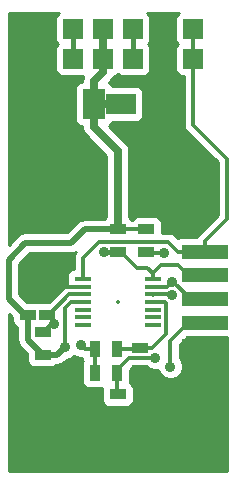
<source format=gbr>
%TF.GenerationSoftware,KiCad,Pcbnew,no-vcs-found-ad9916e~61~ubuntu16.04.1*%
%TF.CreationDate,2017-11-30T01:56:44+01:00*%
%TF.ProjectId,RPS01A,5250533031412E6B696361645F706362,01A*%
%TF.SameCoordinates,Original*%
%TF.FileFunction,Copper,L2,Bot,Signal*%
%TF.FilePolarity,Positive*%
%FSLAX46Y46*%
G04 Gerber Fmt 4.6, Leading zero omitted, Abs format (unit mm)*
G04 Created by KiCad (PCBNEW no-vcs-found-ad9916e~61~ubuntu16.04.1) date Thu Nov 30 01:56:44 2017*
%MOMM*%
%LPD*%
G01*
G04 APERTURE LIST*
%ADD10R,1.450000X0.450000*%
%ADD11R,1.397000X0.889000*%
%ADD12R,1.651000X1.651000*%
%ADD13C,6.000000*%
%ADD14R,0.889000X1.397000*%
%ADD15R,4.000000X1.200000*%
%ADD16R,1.950720X2.499360*%
%ADD17R,2.499360X1.800860*%
%ADD18C,0.889000*%
%ADD19C,0.300000*%
%ADD20C,0.254000*%
%ADD21C,0.500000*%
%ADD22C,0.700000*%
%ADD23C,0.400000*%
%ADD24C,0.350000*%
G04 APERTURE END LIST*
D10*
X138110000Y-97810000D03*
X138110000Y-98460000D03*
X138110000Y-99110000D03*
X138110000Y-99760000D03*
X138110000Y-100410000D03*
X138110000Y-101060000D03*
X138110000Y-101710000D03*
X132210000Y-101710000D03*
X132210000Y-101060000D03*
X132210000Y-100410000D03*
X132210000Y-99760000D03*
X132210000Y-99110000D03*
X132210000Y-98460000D03*
X132210000Y-97810000D03*
D11*
X129191000Y-100839500D03*
X129191000Y-98934500D03*
X127540000Y-100839500D03*
X127540000Y-98934500D03*
D12*
X136430000Y-79186000D03*
X128810000Y-76646000D03*
X133890000Y-76646000D03*
X128810000Y-79186000D03*
X138970000Y-76646000D03*
X136430000Y-76646000D03*
X131350000Y-76646000D03*
X138970000Y-79186000D03*
X131350000Y-79186000D03*
X133890000Y-79186000D03*
X141510000Y-79186000D03*
X141510000Y-76646000D03*
D13*
X130080000Y-109920000D03*
X140240000Y-109920000D03*
X140240000Y-89600000D03*
X130080000Y-89600000D03*
D11*
X128810000Y-104205000D03*
X128810000Y-102300000D03*
D14*
X135096500Y-103697000D03*
X133191500Y-103697000D03*
D11*
X137065000Y-105538500D03*
X137065000Y-103633500D03*
D14*
X135096500Y-105729000D03*
X133191500Y-105729000D03*
D11*
X135160000Y-109475500D03*
X135160000Y-107570500D03*
X135160000Y-95505500D03*
X135160000Y-93600500D03*
X137573000Y-95505500D03*
X137573000Y-93600500D03*
D15*
X142526000Y-103506000D03*
X142526000Y-101506000D03*
X142526000Y-99506000D03*
X142526000Y-97506000D03*
X142526000Y-95506000D03*
D16*
X130029200Y-82996000D03*
X133128000Y-82996000D03*
D17*
X139411960Y-82996000D03*
X135414000Y-82996000D03*
D18*
X130842000Y-96458010D03*
X127793996Y-96966000D03*
X130674510Y-103546990D03*
X139605000Y-105221000D03*
X139726668Y-98037617D03*
X139097000Y-95569000D03*
X133972073Y-95524073D03*
X139757382Y-99180206D03*
X138344689Y-104465459D03*
X129794000Y-101600000D03*
X132080000Y-103378000D03*
D19*
X130397501Y-96902509D02*
X130842000Y-96458010D01*
X129191000Y-98109010D02*
X130397501Y-96902509D01*
X129191000Y-98190000D02*
X129191000Y-98109010D01*
X129191000Y-98934500D02*
X129191000Y-98190000D01*
X127967000Y-96966000D02*
X127793996Y-96966000D01*
X129191000Y-98190000D02*
X127967000Y-96966000D01*
X132210000Y-98460000D02*
X129665500Y-98460000D01*
X129665500Y-98460000D02*
X129191000Y-98934500D01*
D20*
X129318000Y-99061500D02*
X129191000Y-98934500D01*
D21*
X128810000Y-104205000D02*
X130016500Y-104205000D01*
X130016500Y-104205000D02*
X130674510Y-103546990D01*
X127540000Y-100839500D02*
X127540000Y-102935000D01*
X127540000Y-102935000D02*
X128810000Y-104205000D01*
X127338719Y-94747499D02*
X125905499Y-96180719D01*
X125905499Y-96180719D02*
X125905499Y-99458999D01*
X125905499Y-99458999D02*
X127286000Y-100839500D01*
X127286000Y-100839500D02*
X127540000Y-100839500D01*
X135160000Y-93600500D02*
X132369502Y-93600500D01*
X132369502Y-93600500D02*
X131222503Y-94747499D01*
X131222503Y-94747499D02*
X127338719Y-94747499D01*
D22*
X135160000Y-92456000D02*
X135160000Y-93600500D01*
X133890000Y-76646000D02*
X133890000Y-79186000D01*
D19*
X137573000Y-93600500D02*
X135160000Y-93600500D01*
X141126000Y-101506000D02*
X139605000Y-103027000D01*
X139605000Y-103027000D02*
X139605000Y-105221000D01*
X132210000Y-99760000D02*
X131185000Y-99760000D01*
X131185000Y-99760000D02*
X130674510Y-100270490D01*
X130674510Y-100270490D02*
X130674510Y-103546990D01*
X142526000Y-101506000D02*
X141126000Y-101506000D01*
D22*
X133128000Y-82996000D02*
X135414000Y-82996000D01*
X135160000Y-86977680D02*
X135160000Y-89216193D01*
X133128000Y-82996000D02*
X133128000Y-84945680D01*
X133128000Y-84945680D02*
X135160000Y-86977680D01*
X135160000Y-89216193D02*
X135160000Y-92456000D01*
X133890000Y-80284320D02*
X133890000Y-80084925D01*
X133128000Y-81046320D02*
X133890000Y-80284320D01*
X133128000Y-82996000D02*
X133128000Y-81046320D01*
X133890000Y-79186000D02*
X133890000Y-80084925D01*
D20*
X137192000Y-95505500D02*
X136938000Y-95505500D01*
D19*
X139726668Y-98037617D02*
X139870575Y-98037617D01*
X139870575Y-98037617D02*
X141338958Y-99506000D01*
X141338958Y-99506000D02*
X142526000Y-99506000D01*
X139304285Y-98460000D02*
X139726668Y-98037617D01*
X138110000Y-98460000D02*
X139304285Y-98460000D01*
X139097000Y-95569000D02*
X137636500Y-95569000D01*
X137636500Y-95569000D02*
X137573000Y-95505500D01*
D23*
X136430000Y-79186000D02*
X136430000Y-76646000D01*
D19*
X138110000Y-97810000D02*
X138110000Y-97285000D01*
X138110000Y-97285000D02*
X138789000Y-96606000D01*
X138789000Y-96606000D02*
X140226000Y-96606000D01*
X141126000Y-97506000D02*
X142526000Y-97506000D01*
X140226000Y-96606000D02*
X141126000Y-97506000D01*
X137664000Y-96839000D02*
X136747500Y-96839000D01*
X136747500Y-96839000D02*
X135414000Y-95505500D01*
X135414000Y-95505500D02*
X135160000Y-95505500D01*
X138110000Y-97285000D02*
X137664000Y-96839000D01*
X142222000Y-97810000D02*
X142526000Y-97506000D01*
D23*
X135141427Y-95524073D02*
X135160000Y-95505500D01*
X133972073Y-95524073D02*
X135141427Y-95524073D01*
X131350000Y-79186000D02*
X131350000Y-76646000D01*
D19*
X142526000Y-95506000D02*
X140289782Y-95506000D01*
X140289782Y-95506000D02*
X139440781Y-94656999D01*
X139440781Y-94656999D02*
X133583365Y-94656999D01*
X132210000Y-96030364D02*
X132210000Y-97285000D01*
X133583365Y-94656999D02*
X132210000Y-96030364D01*
X132210000Y-97285000D02*
X132210000Y-97810000D01*
X141510000Y-79186000D02*
X141510000Y-84727998D01*
X144390001Y-92741999D02*
X142526000Y-94606000D01*
X141510000Y-84727998D02*
X144390001Y-87607999D01*
X144390001Y-87607999D02*
X144390001Y-92741999D01*
X142526000Y-94606000D02*
X142526000Y-95506000D01*
X141510000Y-79186000D02*
X141510000Y-76646000D01*
X139687176Y-99110000D02*
X138110000Y-99110000D01*
X139757382Y-99180206D02*
X139687176Y-99110000D01*
X135096500Y-105729000D02*
X135096500Y-107507000D01*
X135096500Y-107507000D02*
X135160000Y-107570500D01*
X138130999Y-99130999D02*
X138110000Y-99110000D01*
X136089499Y-104482001D02*
X138328147Y-104482001D01*
X138328147Y-104482001D02*
X138344689Y-104465459D01*
X135096500Y-105729000D02*
X135096500Y-105475000D01*
X135096500Y-105475000D02*
X136089499Y-104482001D01*
X138130999Y-99089001D02*
X138110000Y-99110000D01*
X139137202Y-99760000D02*
X139135000Y-99760000D01*
X139239001Y-99861799D02*
X139137202Y-99760000D01*
X139239001Y-102457999D02*
X139239001Y-99861799D01*
X138063500Y-103633500D02*
X139239001Y-102457999D01*
X137065000Y-103633500D02*
X138063500Y-103633500D01*
X139135000Y-99760000D02*
X138110000Y-99760000D01*
X135096500Y-103697000D02*
X137001500Y-103697000D01*
X137001500Y-103697000D02*
X137065000Y-103633500D01*
X129794000Y-101600000D02*
X129794000Y-101442500D01*
X129794000Y-101442500D02*
X129191000Y-100839500D01*
X129794000Y-101600000D02*
X129510000Y-101600000D01*
X129510000Y-101600000D02*
X128810000Y-102300000D01*
X133191500Y-103697000D02*
X132399000Y-103697000D01*
X132399000Y-103697000D02*
X132080000Y-103378000D01*
X133191500Y-105729000D02*
X133191500Y-103697000D01*
X132210000Y-99110000D02*
X131051512Y-99110000D01*
X131051512Y-99110000D02*
X129322012Y-100839500D01*
X129322012Y-100839500D02*
X129191000Y-100839500D01*
D20*
G36*
X126194060Y-100999139D02*
X126194060Y-101284000D01*
X126243343Y-101531765D01*
X126383691Y-101741809D01*
X126593735Y-101882157D01*
X126655000Y-101894343D01*
X126655000Y-102934995D01*
X126654999Y-102935000D01*
X126700594Y-103164216D01*
X126722367Y-103273675D01*
X126882101Y-103512735D01*
X126914210Y-103560790D01*
X127464060Y-104110640D01*
X127464060Y-104649500D01*
X127513343Y-104897265D01*
X127653691Y-105107309D01*
X127863735Y-105247657D01*
X128111500Y-105296940D01*
X129508500Y-105296940D01*
X129756265Y-105247657D01*
X129966309Y-105107309D01*
X129977875Y-105090000D01*
X130016495Y-105090000D01*
X130016500Y-105090001D01*
X130315625Y-105030500D01*
X130355175Y-105022633D01*
X130642290Y-104830790D01*
X130846439Y-104626641D01*
X130888294Y-104626677D01*
X131285199Y-104462679D01*
X131461644Y-104286542D01*
X131467714Y-104292622D01*
X131864332Y-104457313D01*
X132111898Y-104457529D01*
X132148843Y-104643265D01*
X132195439Y-104713000D01*
X132148843Y-104782735D01*
X132099560Y-105030500D01*
X132099560Y-106427500D01*
X132148843Y-106675265D01*
X132289191Y-106885309D01*
X132499235Y-107025657D01*
X132747000Y-107074940D01*
X133636000Y-107074940D01*
X133831970Y-107035960D01*
X133814060Y-107126000D01*
X133814060Y-108015000D01*
X133863343Y-108262765D01*
X134003691Y-108472809D01*
X134213735Y-108613157D01*
X134461500Y-108662440D01*
X135858500Y-108662440D01*
X136106265Y-108613157D01*
X136316309Y-108472809D01*
X136456657Y-108262765D01*
X136505940Y-108015000D01*
X136505940Y-107126000D01*
X136456657Y-106878235D01*
X136316309Y-106668191D01*
X136161182Y-106564538D01*
X136188440Y-106427500D01*
X136188440Y-105493218D01*
X136414657Y-105267001D01*
X137619520Y-105267001D01*
X137732403Y-105380081D01*
X138129021Y-105544772D01*
X138558473Y-105545146D01*
X138569099Y-105540755D01*
X138689311Y-105831689D01*
X138992714Y-106135622D01*
X139389332Y-106300313D01*
X139818784Y-106300687D01*
X140215689Y-106136689D01*
X140519622Y-105833286D01*
X140684313Y-105436668D01*
X140684687Y-105007216D01*
X140520689Y-104610311D01*
X140390000Y-104479394D01*
X140390000Y-103352158D01*
X140988718Y-102753440D01*
X144379000Y-102753440D01*
X144379000Y-114059000D01*
X125941000Y-114059000D01*
X125941000Y-100746080D01*
X126194060Y-100999139D01*
X126194060Y-100999139D01*
G37*
X126194060Y-100999139D02*
X126194060Y-101284000D01*
X126243343Y-101531765D01*
X126383691Y-101741809D01*
X126593735Y-101882157D01*
X126655000Y-101894343D01*
X126655000Y-102934995D01*
X126654999Y-102935000D01*
X126700594Y-103164216D01*
X126722367Y-103273675D01*
X126882101Y-103512735D01*
X126914210Y-103560790D01*
X127464060Y-104110640D01*
X127464060Y-104649500D01*
X127513343Y-104897265D01*
X127653691Y-105107309D01*
X127863735Y-105247657D01*
X128111500Y-105296940D01*
X129508500Y-105296940D01*
X129756265Y-105247657D01*
X129966309Y-105107309D01*
X129977875Y-105090000D01*
X130016495Y-105090000D01*
X130016500Y-105090001D01*
X130315625Y-105030500D01*
X130355175Y-105022633D01*
X130642290Y-104830790D01*
X130846439Y-104626641D01*
X130888294Y-104626677D01*
X131285199Y-104462679D01*
X131461644Y-104286542D01*
X131467714Y-104292622D01*
X131864332Y-104457313D01*
X132111898Y-104457529D01*
X132148843Y-104643265D01*
X132195439Y-104713000D01*
X132148843Y-104782735D01*
X132099560Y-105030500D01*
X132099560Y-106427500D01*
X132148843Y-106675265D01*
X132289191Y-106885309D01*
X132499235Y-107025657D01*
X132747000Y-107074940D01*
X133636000Y-107074940D01*
X133831970Y-107035960D01*
X133814060Y-107126000D01*
X133814060Y-108015000D01*
X133863343Y-108262765D01*
X134003691Y-108472809D01*
X134213735Y-108613157D01*
X134461500Y-108662440D01*
X135858500Y-108662440D01*
X136106265Y-108613157D01*
X136316309Y-108472809D01*
X136456657Y-108262765D01*
X136505940Y-108015000D01*
X136505940Y-107126000D01*
X136456657Y-106878235D01*
X136316309Y-106668191D01*
X136161182Y-106564538D01*
X136188440Y-106427500D01*
X136188440Y-105493218D01*
X136414657Y-105267001D01*
X137619520Y-105267001D01*
X137732403Y-105380081D01*
X138129021Y-105544772D01*
X138558473Y-105545146D01*
X138569099Y-105540755D01*
X138689311Y-105831689D01*
X138992714Y-106135622D01*
X139389332Y-106300313D01*
X139818784Y-106300687D01*
X140215689Y-106136689D01*
X140519622Y-105833286D01*
X140684313Y-105436668D01*
X140684687Y-105007216D01*
X140520689Y-104610311D01*
X140390000Y-104479394D01*
X140390000Y-103352158D01*
X140988718Y-102753440D01*
X144379000Y-102753440D01*
X144379000Y-114059000D01*
X125941000Y-114059000D01*
X125941000Y-100746080D01*
X126194060Y-100999139D01*
G36*
X131484755Y-95729957D02*
X131425000Y-96030364D01*
X131425000Y-96949495D01*
X131237235Y-96986843D01*
X131027191Y-97127191D01*
X130886843Y-97337235D01*
X130837560Y-97585000D01*
X130837560Y-98035000D01*
X130886843Y-98282765D01*
X130931072Y-98348957D01*
X130751105Y-98384755D01*
X130496433Y-98554921D01*
X129303794Y-99747560D01*
X128492500Y-99747560D01*
X128365500Y-99772822D01*
X128238500Y-99747560D01*
X127445639Y-99747560D01*
X126790499Y-99092419D01*
X126790499Y-96547299D01*
X127705298Y-95632499D01*
X131222498Y-95632499D01*
X131222503Y-95632500D01*
X131541732Y-95569000D01*
X131561178Y-95565132D01*
X131622076Y-95524442D01*
X131484755Y-95729957D01*
X131484755Y-95729957D01*
G37*
X131484755Y-95729957D02*
X131425000Y-96030364D01*
X131425000Y-96949495D01*
X131237235Y-96986843D01*
X131027191Y-97127191D01*
X130886843Y-97337235D01*
X130837560Y-97585000D01*
X130837560Y-98035000D01*
X130886843Y-98282765D01*
X130931072Y-98348957D01*
X130751105Y-98384755D01*
X130496433Y-98554921D01*
X129303794Y-99747560D01*
X128492500Y-99747560D01*
X128365500Y-99772822D01*
X128238500Y-99747560D01*
X127445639Y-99747560D01*
X126790499Y-99092419D01*
X126790499Y-96547299D01*
X127705298Y-95632499D01*
X131222498Y-95632499D01*
X131222503Y-95632500D01*
X131541732Y-95569000D01*
X131561178Y-95565132D01*
X131622076Y-95524442D01*
X131484755Y-95729957D01*
G36*
X130066691Y-75362691D02*
X129926343Y-75572735D01*
X129877060Y-75820500D01*
X129877060Y-77471500D01*
X129926343Y-77719265D01*
X130057798Y-77916000D01*
X129926343Y-78112735D01*
X129877060Y-78360500D01*
X129877060Y-80011500D01*
X129926343Y-80259265D01*
X130066691Y-80469309D01*
X130276735Y-80609657D01*
X130524500Y-80658940D01*
X132175500Y-80658940D01*
X132232533Y-80647596D01*
X132217979Y-80669377D01*
X132143000Y-81046320D01*
X132143000Y-81100797D01*
X131904875Y-81148163D01*
X131694831Y-81288511D01*
X131554483Y-81498555D01*
X131505200Y-81746320D01*
X131505200Y-84245680D01*
X131554483Y-84493445D01*
X131694831Y-84703489D01*
X131904875Y-84843837D01*
X132143000Y-84891203D01*
X132143000Y-84945680D01*
X132217979Y-85322623D01*
X132431500Y-85642180D01*
X134175000Y-87385680D01*
X134175000Y-92583725D01*
X134003691Y-92698191D01*
X133992125Y-92715500D01*
X132369507Y-92715500D01*
X132369502Y-92715499D01*
X132030828Y-92782866D01*
X131935556Y-92846525D01*
X131743712Y-92974710D01*
X131743710Y-92974713D01*
X130855923Y-93862499D01*
X127338724Y-93862499D01*
X127338719Y-93862498D01*
X127000044Y-93929866D01*
X126712929Y-94121709D01*
X126712927Y-94121712D01*
X125941000Y-94893638D01*
X125941000Y-75301000D01*
X130159017Y-75301000D01*
X130066691Y-75362691D01*
X130066691Y-75362691D01*
G37*
X130066691Y-75362691D02*
X129926343Y-75572735D01*
X129877060Y-75820500D01*
X129877060Y-77471500D01*
X129926343Y-77719265D01*
X130057798Y-77916000D01*
X129926343Y-78112735D01*
X129877060Y-78360500D01*
X129877060Y-80011500D01*
X129926343Y-80259265D01*
X130066691Y-80469309D01*
X130276735Y-80609657D01*
X130524500Y-80658940D01*
X132175500Y-80658940D01*
X132232533Y-80647596D01*
X132217979Y-80669377D01*
X132143000Y-81046320D01*
X132143000Y-81100797D01*
X131904875Y-81148163D01*
X131694831Y-81288511D01*
X131554483Y-81498555D01*
X131505200Y-81746320D01*
X131505200Y-84245680D01*
X131554483Y-84493445D01*
X131694831Y-84703489D01*
X131904875Y-84843837D01*
X132143000Y-84891203D01*
X132143000Y-84945680D01*
X132217979Y-85322623D01*
X132431500Y-85642180D01*
X134175000Y-87385680D01*
X134175000Y-92583725D01*
X134003691Y-92698191D01*
X133992125Y-92715500D01*
X132369507Y-92715500D01*
X132369502Y-92715499D01*
X132030828Y-92782866D01*
X131935556Y-92846525D01*
X131743712Y-92974710D01*
X131743710Y-92974713D01*
X130855923Y-93862499D01*
X127338724Y-93862499D01*
X127338719Y-93862498D01*
X127000044Y-93929866D01*
X126712929Y-94121709D01*
X126712927Y-94121712D01*
X125941000Y-94893638D01*
X125941000Y-75301000D01*
X130159017Y-75301000D01*
X130066691Y-75362691D01*
G36*
X140226691Y-75362691D02*
X140086343Y-75572735D01*
X140037060Y-75820500D01*
X140037060Y-77471500D01*
X140086343Y-77719265D01*
X140217798Y-77916000D01*
X140086343Y-78112735D01*
X140037060Y-78360500D01*
X140037060Y-80011500D01*
X140086343Y-80259265D01*
X140226691Y-80469309D01*
X140436735Y-80609657D01*
X140684500Y-80658940D01*
X140725000Y-80658940D01*
X140725000Y-84727998D01*
X140784755Y-85028405D01*
X140954921Y-85283077D01*
X143605001Y-87933156D01*
X143605001Y-92416842D01*
X141970921Y-94050921D01*
X141832181Y-94258560D01*
X140526000Y-94258560D01*
X140278235Y-94307843D01*
X140232406Y-94338466D01*
X139995860Y-94101920D01*
X139741188Y-93931754D01*
X139440781Y-93871999D01*
X138918940Y-93871999D01*
X138918940Y-93156000D01*
X138869657Y-92908235D01*
X138729309Y-92698191D01*
X138519265Y-92557843D01*
X138271500Y-92508560D01*
X136874500Y-92508560D01*
X136626735Y-92557843D01*
X136416691Y-92698191D01*
X136366500Y-92773307D01*
X136316309Y-92698191D01*
X136145000Y-92583725D01*
X136145000Y-86977680D01*
X136070021Y-86600737D01*
X135856500Y-86281180D01*
X134391907Y-84816587D01*
X134561169Y-84703489D01*
X134667824Y-84543870D01*
X136663680Y-84543870D01*
X136911445Y-84494587D01*
X137121489Y-84354239D01*
X137261837Y-84144195D01*
X137311120Y-83896430D01*
X137311120Y-82095570D01*
X137261837Y-81847805D01*
X137121489Y-81637761D01*
X136911445Y-81497413D01*
X136663680Y-81448130D01*
X134667824Y-81448130D01*
X134561169Y-81288511D01*
X134391907Y-81175413D01*
X134586500Y-80980820D01*
X134800021Y-80661263D01*
X134803984Y-80641340D01*
X134963265Y-80609657D01*
X135160000Y-80478202D01*
X135356735Y-80609657D01*
X135604500Y-80658940D01*
X137255500Y-80658940D01*
X137503265Y-80609657D01*
X137713309Y-80469309D01*
X137853657Y-80259265D01*
X137902940Y-80011500D01*
X137902940Y-78360500D01*
X137853657Y-78112735D01*
X137722202Y-77916000D01*
X137853657Y-77719265D01*
X137902940Y-77471500D01*
X137902940Y-75820500D01*
X137853657Y-75572735D01*
X137713309Y-75362691D01*
X137620983Y-75301000D01*
X140319017Y-75301000D01*
X140226691Y-75362691D01*
X140226691Y-75362691D01*
G37*
X140226691Y-75362691D02*
X140086343Y-75572735D01*
X140037060Y-75820500D01*
X140037060Y-77471500D01*
X140086343Y-77719265D01*
X140217798Y-77916000D01*
X140086343Y-78112735D01*
X140037060Y-78360500D01*
X140037060Y-80011500D01*
X140086343Y-80259265D01*
X140226691Y-80469309D01*
X140436735Y-80609657D01*
X140684500Y-80658940D01*
X140725000Y-80658940D01*
X140725000Y-84727998D01*
X140784755Y-85028405D01*
X140954921Y-85283077D01*
X143605001Y-87933156D01*
X143605001Y-92416842D01*
X141970921Y-94050921D01*
X141832181Y-94258560D01*
X140526000Y-94258560D01*
X140278235Y-94307843D01*
X140232406Y-94338466D01*
X139995860Y-94101920D01*
X139741188Y-93931754D01*
X139440781Y-93871999D01*
X138918940Y-93871999D01*
X138918940Y-93156000D01*
X138869657Y-92908235D01*
X138729309Y-92698191D01*
X138519265Y-92557843D01*
X138271500Y-92508560D01*
X136874500Y-92508560D01*
X136626735Y-92557843D01*
X136416691Y-92698191D01*
X136366500Y-92773307D01*
X136316309Y-92698191D01*
X136145000Y-92583725D01*
X136145000Y-86977680D01*
X136070021Y-86600737D01*
X135856500Y-86281180D01*
X134391907Y-84816587D01*
X134561169Y-84703489D01*
X134667824Y-84543870D01*
X136663680Y-84543870D01*
X136911445Y-84494587D01*
X137121489Y-84354239D01*
X137261837Y-84144195D01*
X137311120Y-83896430D01*
X137311120Y-82095570D01*
X137261837Y-81847805D01*
X137121489Y-81637761D01*
X136911445Y-81497413D01*
X136663680Y-81448130D01*
X134667824Y-81448130D01*
X134561169Y-81288511D01*
X134391907Y-81175413D01*
X134586500Y-80980820D01*
X134800021Y-80661263D01*
X134803984Y-80641340D01*
X134963265Y-80609657D01*
X135160000Y-80478202D01*
X135356735Y-80609657D01*
X135604500Y-80658940D01*
X137255500Y-80658940D01*
X137503265Y-80609657D01*
X137713309Y-80469309D01*
X137853657Y-80259265D01*
X137902940Y-80011500D01*
X137902940Y-78360500D01*
X137853657Y-78112735D01*
X137722202Y-77916000D01*
X137853657Y-77719265D01*
X137902940Y-77471500D01*
X137902940Y-75820500D01*
X137853657Y-75572735D01*
X137713309Y-75362691D01*
X137620983Y-75301000D01*
X140319017Y-75301000D01*
X140226691Y-75362691D01*
D24*
X130842000Y-96458010D03*
X127793996Y-96966000D03*
X130674510Y-103546990D03*
X139605000Y-105221000D03*
X139726668Y-98037617D03*
X139097000Y-95569000D03*
X133972073Y-95524073D03*
X139757382Y-99180206D03*
X138344689Y-104465459D03*
X129794000Y-101600000D03*
X132080000Y-103378000D03*
X135160000Y-99760000D03*
X136430000Y-79186000D03*
X128810000Y-76646000D03*
X133890000Y-76646000D03*
X128810000Y-79186000D03*
X138970000Y-76646000D03*
X136430000Y-76646000D03*
X131350000Y-76646000D03*
X138970000Y-79186000D03*
X131350000Y-79186000D03*
X133890000Y-79186000D03*
X141510000Y-79186000D03*
X141510000Y-76646000D03*
X130080000Y-109920000D03*
X140240000Y-109920000D03*
X140240000Y-89600000D03*
X130080000Y-89600000D03*
M02*

</source>
